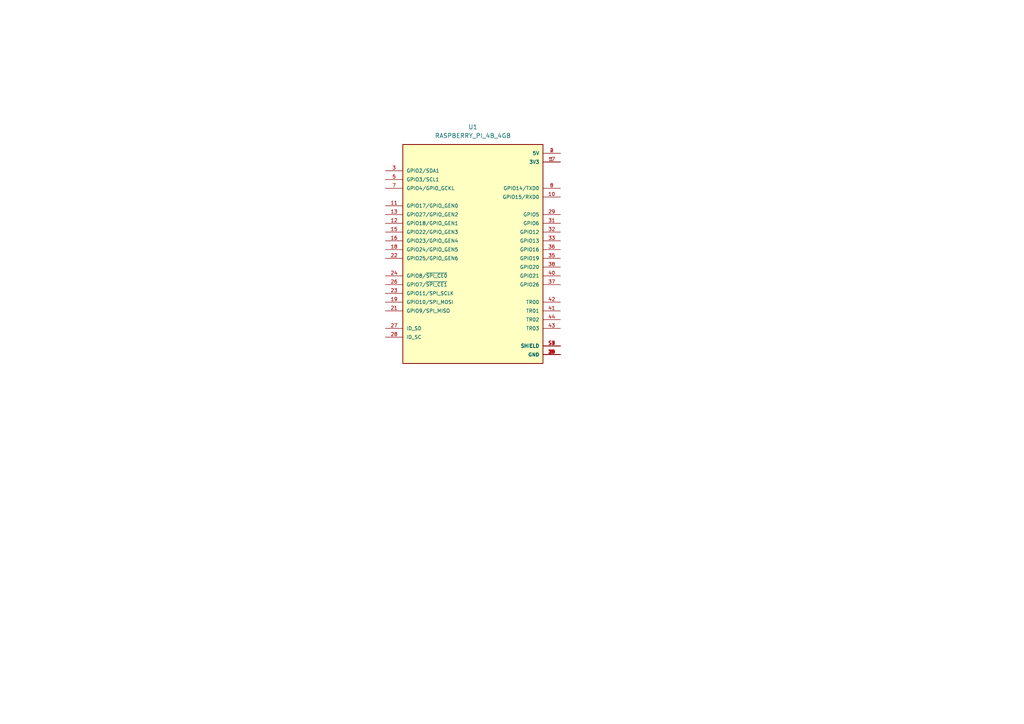
<source format=kicad_sch>
(kicad_sch (version 20230121) (generator eeschema)
  (paper "A4")
  (lib_symbols
    (symbol "Connector:RASPBERRY_PI_4B_4GB" (pin_names (offset 1.016))
      (property "Reference" "U" (at -20.32 33.528 0))
      (property "Value" "RASPBERRY_PI_4B_4GB" (at -20.32 -33.02 0))
      (symbol "RASPBERRY_PI_4B_4GB_0_0"
        (rectangle (start -20.32 -30.48) (end 20.32 33.02) (stroke (width 0.254)) (fill (type background)))
        (pin power_in line (at 25.4 27.94 180) (length 5.08) (name "3V3") (number "1"))
        (pin bidirectional line (at 25.4 17.78 180) (length 5.08) (name "GPIO15/RXD0") (number "10"))
        (pin bidirectional line (at -25.4 15.24 0) (length 5.08) (name "GPIO17/GPIO_GEN0") (number "11"))
        (pin bidirectional line (at -25.4 10.16 0) (length 5.08) (name "GPIO18/GPIO_GEN1") (number "12"))
        (pin bidirectional line (at -25.4 12.7 0) (length 5.08) (name "GPIO27/GPIO_GEN2") (number "13"))
        (pin power_in line (at 25.4 -27.94 180) (length 5.08) (name "GND") (number "14"))
        (pin bidirectional line (at -25.4 7.62 0) (length 5.08) (name "GPIO22/GPIO_GEN3") (number "15"))
        (pin bidirectional line (at -25.4 5.08 0) (length 5.08) (name "GPIO23/GPIO_GEN4") (number "16"))
        (pin power_in line (at 25.4 27.94 180) (length 5.08) (name "3V3") (number "17"))
        (pin bidirectional line (at -25.4 2.54 0) (length 5.08) (name "GPIO24/GPIO_GEN5") (number "18"))
        (pin bidirectional line (at -25.4 -12.7 0) (length 5.08) (name "GPIO10/SPI_MOSI") (number "19"))
        (pin power_in line (at 25.4 30.48 180) (length 5.08) (name "5V") (number "2"))
        (pin power_in line (at 25.4 -27.94 180) (length 5.08) (name "GND") (number "20"))
        (pin bidirectional line (at -25.4 -15.24 0) (length 5.08) (name "GPIO9/SPI_MISO") (number "21"))
        (pin bidirectional line (at -25.4 0 0) (length 5.08) (name "GPIO25/GPIO_GEN6") (number "22"))
        (pin bidirectional line (at -25.4 -10.16 0) (length 5.08) (name "GPIO11/SPI_SCLK") (number "23"))
        (pin bidirectional line (at -25.4 -5.08 0) (length 5.08) (name "GPIO8/~{SPI_CE0}") (number "24"))
        (pin power_in line (at 25.4 -27.94 180) (length 5.08) (name "GND") (number "25"))
        (pin bidirectional line (at -25.4 -7.62 0) (length 5.08) (name "GPIO7/~{SPI_CE1}") (number "26"))
        (pin bidirectional line (at -25.4 -20.32 0) (length 5.08) (name "ID_SD") (number "27"))
        (pin bidirectional line (at -25.4 -22.86 0) (length 5.08) (name "ID_SC") (number "28"))
        (pin bidirectional line (at 25.4 12.7 180) (length 5.08) (name "GPIO5") (number "29"))
        (pin bidirectional line (at -25.4 25.4 0) (length 5.08) (name "GPIO2/SDA1") (number "3"))
        (pin power_in line (at 25.4 -27.94 180) (length 5.08) (name "GND") (number "30"))
        (pin bidirectional line (at 25.4 10.16 180) (length 5.08) (name "GPIO6") (number "31"))
        (pin bidirectional line (at 25.4 7.62 180) (length 5.08) (name "GPIO12") (number "32"))
        (pin bidirectional line (at 25.4 5.08 180) (length 5.08) (name "GPIO13") (number "33"))
        (pin power_in line (at 25.4 -27.94 180) (length 5.08) (name "GND") (number "34"))
        (pin bidirectional line (at 25.4 0 180) (length 5.08) (name "GPIO19") (number "35"))
        (pin bidirectional line (at 25.4 2.54 180) (length 5.08) (name "GPIO16") (number "36"))
        (pin bidirectional line (at 25.4 -7.62 180) (length 5.08) (name "GPIO26") (number "37"))
        (pin bidirectional line (at 25.4 -2.54 180) (length 5.08) (name "GPIO20") (number "38"))
        (pin power_in line (at 25.4 -27.94 180) (length 5.08) (name "GND") (number "39"))
        (pin power_in line (at 25.4 30.48 180) (length 5.08) (name "5V") (number "4"))
        (pin bidirectional line (at 25.4 -5.08 180) (length 5.08) (name "GPIO21") (number "40"))
        (pin bidirectional line (at 25.4 -15.24 180) (length 5.08) (name "TR01") (number "41"))
        (pin bidirectional line (at 25.4 -12.7 180) (length 5.08) (name "TR00") (number "42"))
        (pin bidirectional line (at 25.4 -20.32 180) (length 5.08) (name "TR03") (number "43"))
        (pin bidirectional line (at 25.4 -17.78 180) (length 5.08) (name "TR02") (number "44"))
        (pin bidirectional line (at -25.4 22.86 0) (length 5.08) (name "GPIO3/SCL1") (number "5"))
        (pin power_in line (at 25.4 -27.94 180) (length 5.08) (name "GND") (number "6"))
        (pin bidirectional line (at -25.4 20.32 0) (length 5.08) (name "GPIO4/GPIO_GCKL") (number "7"))
        (pin bidirectional line (at 25.4 20.32 180) (length 5.08) (name "GPIO14/TXD0") (number "8"))
        (pin power_in line (at 25.4 -27.94 180) (length 5.08) (name "GND") (number "9"))
        (pin power_in line (at 25.4 -25.4 180) (length 5.08) (name "SHIELD") (number "S1"))
        (pin power_in line (at 25.4 -25.4 180) (length 5.08) (name "SHIELD") (number "S2"))
        (pin power_in line (at 25.4 -25.4 180) (length 5.08) (name "SHIELD") (number "S3"))
        (pin power_in line (at 25.4 -25.4 180) (length 5.08) (name "SHIELD") (number "S4"))
      )
    )
  )
  (symbol (lib_id "Connector:RASPBERRY_PI_4B_4GB") (at 137.16 74.93 0) (unit 1)
    (property "Reference" "U1" (at 137.16 36.83 0))
    (property "Value" "RASPBERRY_PI_4B_4GB" (at 137.16 39.37 0))
    (property "Footprint" "RASPBERRY_PI_4B_4GB:MODULE_RASPBERRY_PI_4B_4GB" (effects hide))
    (property "MF" "Raspberry Pi" (effects hide))
    (property "MAXIMUM_PACKAGE_HEIGHT" "16 mm" (effects hide))
    (property "Package" "None" (effects hide))
    (property "Price" "None" (effects hide))
    (property "Check_prices" "https://www.snapeda.com/parts/RASPBERRY%20PI%204B/4GB/Raspberry+Pi/view-part/?ref=eda" (effects hide))
    (property "STANDARD" "Manufacturer Recommendations" (effects hide))
    (property "PARTREV" "4" (effects hide))
    (property "SnapEDA_Link" "https://www.snapeda.com/parts/RASPBERRY%20PI%204B/4GB/Raspberry+Pi/view-part/?ref=snap" (effects hide))
    (property "MP" "RASPBERRY PI 4B/4GB" (effects hide))
    (property "Description" "\n                        \n                            BCM2711 Raspberry Pi 4 Model B 4GB - ARM® Cortex®-A72 MPU Embedded Evaluation Board\n                        \n" (effects hide))
    (property "MANUFACTURER" "Raspberry Pi" (effects hide))
    (property "Availability" "In Stock" (effects hide))
    (property "SNAPEDA_PN" "RASPBERRY PI 4B/4GB" (effects hide))
  )
)
</source>
